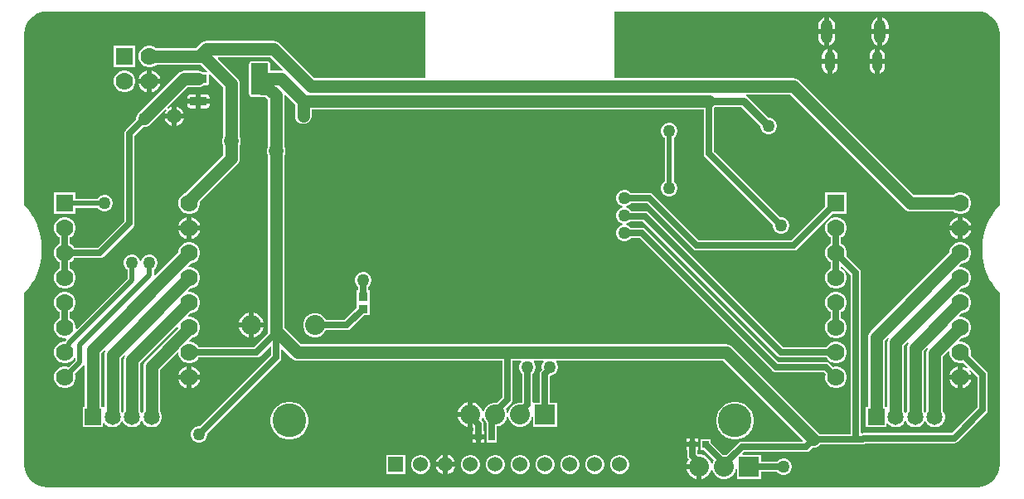
<source format=gbl>
G04*
G04 #@! TF.GenerationSoftware,Altium Limited,Altium Designer,22.0.2 (36)*
G04*
G04 Layer_Physical_Order=2*
G04 Layer_Color=16711680*
%FSLAX25Y25*%
%MOIN*%
G70*
G04*
G04 #@! TF.SameCoordinates,A5FD766F-ED0D-4258-BB47-254A20FAC7F6*
G04*
G04*
G04 #@! TF.FilePolarity,Positive*
G04*
G01*
G75*
%ADD18C,0.05906*%
%ADD34R,0.02559X0.02756*%
%ADD66O,0.04000X0.05748*%
%ADD69C,0.02500*%
%ADD71C,0.02000*%
%ADD72C,0.05000*%
%ADD73C,0.03000*%
%ADD74R,0.07000X0.07000*%
%ADD75C,0.07000*%
%ADD76C,0.08000*%
%ADD77R,0.08000X0.08000*%
%ADD78C,0.06000*%
%ADD79R,0.06000X0.06000*%
%ADD80C,0.06500*%
%ADD81R,0.06500X0.06500*%
%ADD82O,0.04724X0.09449*%
%ADD83C,0.13543*%
%ADD84C,0.05000*%
G04:AMPARAMS|DCode=85|XSize=125.98mil|YSize=68.9mil|CornerRadius=2.07mil|HoleSize=0mil|Usage=FLASHONLY|Rotation=270.000|XOffset=0mil|YOffset=0mil|HoleType=Round|Shape=RoundedRectangle|*
%AMROUNDEDRECTD85*
21,1,0.12598,0.06476,0,0,270.0*
21,1,0.12185,0.06890,0,0,270.0*
1,1,0.00413,-0.03238,-0.06093*
1,1,0.00413,-0.03238,0.06093*
1,1,0.00413,0.03238,0.06093*
1,1,0.00413,0.03238,-0.06093*
%
%ADD85ROUNDEDRECTD85*%
G04:AMPARAMS|DCode=86|XSize=35.43mil|YSize=68.9mil|CornerRadius=1.95mil|HoleSize=0mil|Usage=FLASHONLY|Rotation=270.000|XOffset=0mil|YOffset=0mil|HoleType=Round|Shape=RoundedRectangle|*
%AMROUNDEDRECTD86*
21,1,0.03543,0.06500,0,0,270.0*
21,1,0.03154,0.06890,0,0,270.0*
1,1,0.00390,-0.03250,-0.01577*
1,1,0.00390,-0.03250,0.01577*
1,1,0.00390,0.03250,0.01577*
1,1,0.00390,0.03250,-0.01577*
%
%ADD86ROUNDEDRECTD86*%
%ADD87R,0.03740X0.03347*%
%ADD88O,0.04134X0.08268*%
G36*
X385804Y191925D02*
X387714Y191257D01*
X389427Y190180D01*
X390857Y188750D01*
X391934Y187037D01*
X392602Y185127D01*
X392833Y183072D01*
X392833Y114336D01*
X390948Y112090D01*
X390923Y112045D01*
X390887Y112008D01*
X389143Y109296D01*
X389124Y109248D01*
X389094Y109207D01*
X387707Y106296D01*
X387694Y106246D01*
X387669Y106201D01*
X386663Y103138D01*
X386656Y103087D01*
X386637Y103039D01*
X386026Y99873D01*
X386027Y99821D01*
X386013Y99772D01*
X385809Y96553D01*
X385816Y96503D01*
X385809Y96452D01*
X386013Y93234D01*
X386027Y93184D01*
X386026Y93132D01*
X386637Y89966D01*
X386656Y89919D01*
X386663Y89868D01*
X387669Y86804D01*
X387694Y86759D01*
X387707Y86709D01*
X389094Y83798D01*
X389124Y83757D01*
X389143Y83709D01*
X390887Y80997D01*
X390923Y80960D01*
X390948Y80915D01*
X392833Y78669D01*
X392833Y9933D01*
X392602Y7878D01*
X391934Y5968D01*
X390857Y4255D01*
X389427Y2825D01*
X387714Y1749D01*
X385804Y1080D01*
X383749Y849D01*
X9823Y848D01*
X7768Y1080D01*
X5858Y1748D01*
X4145Y2825D01*
X2715Y4255D01*
X1638Y5968D01*
X970Y7878D01*
X738Y9933D01*
X738Y78669D01*
X2624Y80914D01*
X2649Y80959D01*
X2684Y80997D01*
X4429Y83709D01*
X4447Y83757D01*
X4478Y83798D01*
X5865Y86709D01*
X5878Y86759D01*
X5903Y86804D01*
X6909Y89867D01*
X6916Y89918D01*
X6935Y89966D01*
X7546Y93132D01*
X7545Y93184D01*
X7559Y93233D01*
X7763Y96451D01*
X7756Y96502D01*
X7763Y96553D01*
X7559Y99771D01*
X7545Y99821D01*
X7546Y99873D01*
X6935Y103039D01*
X6916Y103087D01*
X6909Y103138D01*
X5903Y106201D01*
X5877Y106246D01*
X5865Y106296D01*
X4478Y109207D01*
X4447Y109248D01*
X4429Y109296D01*
X2684Y112008D01*
X2649Y112045D01*
X2624Y112090D01*
X738Y114336D01*
X738Y183071D01*
X970Y185127D01*
X1638Y187037D01*
X2714Y188750D01*
X4145Y190180D01*
X5858Y191256D01*
X7768Y191925D01*
X9823Y192156D01*
X162000Y192156D01*
Y165329D01*
X117379D01*
X103354Y179354D01*
X102664Y179883D01*
X102332Y180020D01*
X101862Y180215D01*
X101000Y180329D01*
X73858D01*
X72997Y180215D01*
X72194Y179883D01*
X71504Y179354D01*
X69507Y177356D01*
X53725D01*
X53640Y177441D01*
X52660Y178007D01*
X51566Y178300D01*
X50434D01*
X49340Y178007D01*
X48360Y177441D01*
X47559Y176640D01*
X46993Y175660D01*
X46700Y174566D01*
Y173434D01*
X46993Y172340D01*
X47559Y171360D01*
X48360Y170559D01*
X49340Y169993D01*
X50434Y169700D01*
X51566D01*
X52660Y169993D01*
X53640Y170559D01*
X53780Y170699D01*
X70669D01*
X70879Y170727D01*
X71566D01*
X74253Y168040D01*
X74006Y167579D01*
X73947Y167591D01*
X72741D01*
X72361Y167883D01*
X71558Y168215D01*
X70697Y168328D01*
X65000D01*
X64139Y168215D01*
X63336Y167883D01*
X62646Y167354D01*
X46646Y151354D01*
X46514Y151181D01*
X46359Y151026D01*
X46250Y150837D01*
X46117Y150664D01*
X46034Y150463D01*
X45925Y150274D01*
X45868Y150063D01*
X45785Y149862D01*
X45757Y149645D01*
X45700Y149434D01*
Y149216D01*
X45671Y149000D01*
X45700Y148784D01*
Y148656D01*
X41522Y144478D01*
X41069Y143800D01*
X40910Y143000D01*
X40910Y143000D01*
Y107866D01*
X30134Y97090D01*
X20758D01*
X20441Y97640D01*
X19640Y98441D01*
X19090Y98759D01*
Y101242D01*
X19640Y101559D01*
X20441Y102360D01*
X21007Y103340D01*
X21300Y104434D01*
Y105566D01*
X21007Y106660D01*
X20441Y107640D01*
X19640Y108441D01*
X18660Y109007D01*
X17566Y109300D01*
X16434D01*
X15340Y109007D01*
X14360Y108441D01*
X13559Y107640D01*
X12993Y106660D01*
X12700Y105566D01*
Y104434D01*
X12993Y103340D01*
X13559Y102360D01*
X14360Y101559D01*
X14910Y101242D01*
Y98759D01*
X14360Y98441D01*
X13559Y97640D01*
X12993Y96660D01*
X12700Y95566D01*
Y94434D01*
X12993Y93340D01*
X13559Y92360D01*
X14360Y91559D01*
X14910Y91242D01*
Y88758D01*
X14360Y88441D01*
X13559Y87640D01*
X12993Y86660D01*
X12700Y85566D01*
Y84434D01*
X12993Y83340D01*
X13559Y82360D01*
X14360Y81559D01*
X15340Y80993D01*
X16434Y80700D01*
X17566D01*
X18660Y80993D01*
X19640Y81559D01*
X20441Y82360D01*
X21007Y83340D01*
X21300Y84434D01*
Y85566D01*
X21007Y86660D01*
X20441Y87640D01*
X19640Y88441D01*
X19090Y88758D01*
Y91242D01*
X19640Y91559D01*
X20441Y92360D01*
X20758Y92910D01*
X31000D01*
X31000Y92910D01*
X31800Y93069D01*
X32478Y93522D01*
X44478Y105522D01*
X44478Y105522D01*
X44931Y106200D01*
X45090Y107000D01*
Y142134D01*
X48656Y145700D01*
X48784D01*
X49000Y145671D01*
X49216Y145700D01*
X49434D01*
X49645Y145756D01*
X49861Y145785D01*
X50063Y145868D01*
X50274Y145925D01*
X50463Y146034D01*
X50664Y146117D01*
X50837Y146250D01*
X51026Y146359D01*
X51180Y146514D01*
X51354Y146646D01*
X57480Y152773D01*
X57837Y152427D01*
X57317Y151526D01*
X57176Y151000D01*
X60000D01*
Y153824D01*
X59474Y153683D01*
X58573Y153163D01*
X58227Y153520D01*
X66379Y161671D01*
X70697D01*
X71558Y161785D01*
X72361Y162118D01*
X72741Y162409D01*
X73947D01*
X74335Y162486D01*
X74664Y162706D01*
X74884Y163035D01*
X74961Y163423D01*
Y166577D01*
X74949Y166636D01*
X75410Y166883D01*
X80672Y161621D01*
Y141740D01*
X80503Y141448D01*
X80247Y140494D01*
Y139506D01*
X80503Y138551D01*
X80672Y138260D01*
Y134379D01*
X65646Y119354D01*
X65391Y119020D01*
X65340Y119007D01*
X64360Y118441D01*
X63559Y117640D01*
X62993Y116660D01*
X62700Y115566D01*
Y114434D01*
X62993Y113340D01*
X63559Y112360D01*
X64360Y111559D01*
X65340Y110993D01*
X66434Y110700D01*
X67566D01*
X68660Y110993D01*
X69640Y111559D01*
X70441Y112360D01*
X71007Y113340D01*
X71300Y114434D01*
Y115566D01*
X71294Y115587D01*
X86354Y130646D01*
X86486Y130819D01*
X86641Y130974D01*
X86750Y131163D01*
X86883Y131336D01*
X86966Y131537D01*
X87075Y131726D01*
X87132Y131937D01*
X87215Y132139D01*
X87244Y132355D01*
X87300Y132566D01*
Y132784D01*
X87328Y133000D01*
Y138260D01*
X87497Y138551D01*
X87753Y139506D01*
Y140494D01*
X87497Y141448D01*
X87328Y141740D01*
Y163000D01*
X87215Y163862D01*
X86883Y164664D01*
X86354Y165354D01*
X78498Y173210D01*
X78689Y173671D01*
X99621D01*
X104530Y168763D01*
X104296Y168289D01*
X104000Y168328D01*
X99568D01*
Y171092D01*
X99490Y171485D01*
X99267Y171818D01*
X98934Y172041D01*
X98541Y172119D01*
X92065D01*
X91672Y172041D01*
X91339Y171818D01*
X91117Y171485D01*
X91039Y171092D01*
Y158907D01*
X91117Y158515D01*
X91339Y158182D01*
X91672Y157959D01*
X92065Y157881D01*
X96181D01*
X96248Y157872D01*
X97692D01*
X98672Y156893D01*
Y137740D01*
X98503Y137449D01*
X98247Y136494D01*
Y135506D01*
X98503Y134552D01*
X98672Y134260D01*
Y63000D01*
X98715Y62671D01*
X93134Y57090D01*
X70758D01*
X70441Y57640D01*
X69640Y58441D01*
X68660Y59007D01*
X67566Y59300D01*
X67098D01*
X66891Y59800D01*
X67873Y60782D01*
X68660Y60993D01*
X69640Y61559D01*
X70441Y62360D01*
X71007Y63340D01*
X71300Y64434D01*
Y65566D01*
X71007Y66660D01*
X70441Y67640D01*
X69640Y68441D01*
X68660Y69007D01*
X67566Y69300D01*
X66714D01*
X66507Y69800D01*
X67407Y70700D01*
X67566D01*
X68660Y70993D01*
X69640Y71559D01*
X70441Y72360D01*
X71007Y73340D01*
X71300Y74434D01*
Y75566D01*
X71007Y76660D01*
X70441Y77640D01*
X69640Y78441D01*
X68660Y79007D01*
X67566Y79300D01*
X66714D01*
X66507Y79800D01*
X67407Y80700D01*
X67566D01*
X68660Y80993D01*
X69640Y81559D01*
X70441Y82360D01*
X71007Y83340D01*
X71300Y84434D01*
Y85566D01*
X71007Y86660D01*
X70441Y87640D01*
X69640Y88441D01*
X68660Y89007D01*
X67566Y89300D01*
X66795D01*
X66588Y89800D01*
X67488Y90700D01*
X67566D01*
X68660Y90993D01*
X69640Y91559D01*
X70441Y92360D01*
X71007Y93340D01*
X71300Y94434D01*
Y95566D01*
X71007Y96660D01*
X70441Y97640D01*
X69640Y98441D01*
X68660Y99007D01*
X67566Y99300D01*
X66434D01*
X65340Y99007D01*
X64360Y98441D01*
X63559Y97640D01*
X62993Y96660D01*
X62700Y95566D01*
Y95326D01*
X53317Y85944D01*
X53280Y85948D01*
X52835Y86168D01*
Y88249D01*
X53026Y88359D01*
X53641Y88974D01*
X54075Y89726D01*
X54300Y90566D01*
Y91435D01*
X54075Y92274D01*
X53641Y93026D01*
X53026Y93641D01*
X52274Y94075D01*
X51434Y94300D01*
X50566D01*
X49726Y94075D01*
X48974Y93641D01*
X48359Y93026D01*
X47925Y92274D01*
X47759Y91654D01*
X47241D01*
X47075Y92274D01*
X46641Y93026D01*
X46026Y93641D01*
X45274Y94075D01*
X44434Y94300D01*
X43566D01*
X42726Y94075D01*
X41974Y93641D01*
X41359Y93026D01*
X40925Y92274D01*
X40700Y91435D01*
Y90566D01*
X40925Y89726D01*
X41359Y88974D01*
X41974Y88359D01*
X42165Y88249D01*
Y84760D01*
X21773Y64368D01*
X21300Y64603D01*
Y65566D01*
X21007Y66660D01*
X20441Y67640D01*
X19640Y68441D01*
X19090Y68758D01*
Y71241D01*
X19640Y71559D01*
X20441Y72360D01*
X21007Y73340D01*
X21300Y74434D01*
Y75566D01*
X21007Y76660D01*
X20441Y77640D01*
X19640Y78441D01*
X18660Y79007D01*
X17566Y79300D01*
X16434D01*
X15340Y79007D01*
X14360Y78441D01*
X13559Y77640D01*
X12993Y76660D01*
X12700Y75566D01*
Y74434D01*
X12993Y73340D01*
X13559Y72360D01*
X14360Y71559D01*
X14910Y71241D01*
Y68758D01*
X14360Y68441D01*
X13559Y67640D01*
X12993Y66660D01*
X12700Y65566D01*
Y64434D01*
X12993Y63340D01*
X13559Y62360D01*
X14360Y61559D01*
X15340Y60993D01*
X16434Y60700D01*
X17398D01*
X17632Y60227D01*
X17299Y59894D01*
X16902Y59300D01*
X16434D01*
X15340Y59007D01*
X14360Y58441D01*
X13559Y57640D01*
X12993Y56660D01*
X12700Y55566D01*
Y54434D01*
X12993Y53340D01*
X13559Y52360D01*
X14360Y51559D01*
X15340Y50993D01*
X16434Y50700D01*
X17566D01*
X18660Y50993D01*
X19640Y51559D01*
X20441Y52360D01*
X20665Y52747D01*
X21165Y52614D01*
Y51760D01*
X18464Y49059D01*
X17566Y49300D01*
X16434D01*
X15340Y49007D01*
X14360Y48441D01*
X13559Y47640D01*
X12993Y46660D01*
X12700Y45566D01*
Y44434D01*
X12993Y43340D01*
X13559Y42360D01*
X14360Y41559D01*
X15340Y40993D01*
X16434Y40700D01*
X17566D01*
X18660Y40993D01*
X19640Y41559D01*
X20441Y42360D01*
X21007Y43340D01*
X21300Y44434D01*
Y45566D01*
X21059Y46464D01*
X24298Y49702D01*
X24423Y49891D01*
X24924Y49739D01*
Y33050D01*
X24202D01*
Y24950D01*
X32302D01*
Y26523D01*
X32802Y26657D01*
X32885Y26513D01*
X33639Y25759D01*
X34563Y25226D01*
X35593Y24950D01*
X36659D01*
X37689Y25226D01*
X38613Y25759D01*
X39367Y26513D01*
X39786Y27239D01*
X40340D01*
X40759Y26513D01*
X41513Y25759D01*
X42437Y25226D01*
X43467Y24950D01*
X44533D01*
X45563Y25226D01*
X46487Y25759D01*
X47241Y26513D01*
X47660Y27239D01*
X48214D01*
X48633Y26513D01*
X49387Y25759D01*
X50311Y25226D01*
X51341Y24950D01*
X52407D01*
X53437Y25226D01*
X54361Y25759D01*
X55115Y26513D01*
X55648Y27437D01*
X55924Y28467D01*
Y29533D01*
X55648Y30563D01*
X55203Y31335D01*
Y48112D01*
X62200Y55109D01*
X62700Y54902D01*
Y54434D01*
X62993Y53340D01*
X63559Y52360D01*
X64360Y51559D01*
X65340Y50993D01*
X66434Y50700D01*
X67566D01*
X68660Y50993D01*
X69640Y51559D01*
X70441Y52360D01*
X70758Y52910D01*
X94000D01*
X94000Y52910D01*
X94800Y53069D01*
X95478Y53522D01*
X99448Y57492D01*
X99910Y57301D01*
Y53866D01*
X71344Y25300D01*
X70565D01*
X69726Y25075D01*
X68974Y24641D01*
X68359Y24026D01*
X67925Y23274D01*
X67700Y22434D01*
Y21565D01*
X67925Y20726D01*
X68359Y19974D01*
X68974Y19359D01*
X69726Y18925D01*
X70565Y18700D01*
X71434D01*
X72274Y18925D01*
X73026Y19359D01*
X73641Y19974D01*
X74075Y20726D01*
X74300Y21565D01*
Y22344D01*
X103478Y51522D01*
X103931Y52200D01*
X104090Y53000D01*
Y55991D01*
X104552Y56182D01*
X108088Y52646D01*
X108777Y52117D01*
X109580Y51785D01*
X110441Y51671D01*
X192910D01*
Y36913D01*
X190762Y34765D01*
X190632Y34800D01*
X189368D01*
X188147Y34473D01*
X187053Y33841D01*
X186159Y32947D01*
X185527Y31853D01*
X185362Y31238D01*
X184845D01*
X184659Y31930D01*
X184001Y33070D01*
X183070Y34001D01*
X181930Y34659D01*
X181000Y34908D01*
Y30000D01*
Y24835D01*
X181252Y24642D01*
Y23378D01*
X181063D01*
Y22000D01*
X183343D01*
X185622D01*
Y23378D01*
X185433D01*
Y25995D01*
X185433Y25995D01*
X185274Y26795D01*
X184821Y27473D01*
X184500Y27794D01*
X184659Y28070D01*
X184845Y28762D01*
X185362D01*
X185527Y28147D01*
X186159Y27053D01*
X186567Y26645D01*
Y21000D01*
X186578Y20947D01*
Y18822D01*
X190737D01*
Y20947D01*
X190748Y21000D01*
Y25231D01*
X191853Y25527D01*
X192947Y26159D01*
X193841Y27053D01*
X194473Y28147D01*
X194741Y29149D01*
X195259D01*
X195527Y28147D01*
X196159Y27053D01*
X197053Y26159D01*
X198147Y25527D01*
X199368Y25200D01*
X200632D01*
X201853Y25527D01*
X202947Y26159D01*
X203841Y27053D01*
X204473Y28147D01*
X204700Y28995D01*
X205200Y28929D01*
Y25200D01*
X214800D01*
Y34800D01*
X212090D01*
Y45458D01*
X212332Y45700D01*
X212435D01*
X213274Y45925D01*
X214026Y46359D01*
X214641Y46974D01*
X215075Y47726D01*
X215300Y48566D01*
Y49434D01*
X215075Y50274D01*
X214641Y51026D01*
X214495Y51171D01*
X214703Y51671D01*
X281621D01*
X313703Y19590D01*
X313496Y19090D01*
X289101D01*
X289101Y19090D01*
X288301Y18931D01*
X287623Y18478D01*
X287623Y18478D01*
X282879Y13734D01*
X282632Y13800D01*
X281715D01*
X276737Y18778D01*
Y20178D01*
X272578D01*
Y18053D01*
X272567Y18000D01*
Y17902D01*
X272567Y17902D01*
X272578Y17848D01*
Y15822D01*
X273781D01*
X277975Y11628D01*
X277527Y10853D01*
X277362Y10238D01*
X276845D01*
X276659Y10930D01*
X276001Y12070D01*
X275070Y13001D01*
X273930Y13659D01*
X272658Y14000D01*
X271715D01*
X271433Y14282D01*
Y15622D01*
X271622D01*
Y17000D01*
X269343D01*
X267063D01*
Y15622D01*
X267252D01*
Y13416D01*
X267252Y13416D01*
X267411Y12616D01*
X267865Y11938D01*
X267902Y11901D01*
X267341Y10930D01*
X267092Y10000D01*
X272000D01*
Y9000D01*
X273000D01*
Y4092D01*
X273930Y4341D01*
X275070Y4999D01*
X276001Y5930D01*
X276659Y7070D01*
X276845Y7762D01*
X277362D01*
X277527Y7147D01*
X278159Y6053D01*
X279053Y5159D01*
X280147Y4527D01*
X281368Y4200D01*
X282632D01*
X283853Y4527D01*
X284947Y5159D01*
X285841Y6053D01*
X286473Y7147D01*
X286700Y7995D01*
X287200Y7929D01*
Y4200D01*
X296800D01*
Y6910D01*
X303423D01*
X303974Y6359D01*
X304726Y5925D01*
X305566Y5700D01*
X306434D01*
X307274Y5925D01*
X308026Y6359D01*
X308641Y6974D01*
X309075Y7726D01*
X309300Y8566D01*
Y9434D01*
X309075Y10274D01*
X308641Y11026D01*
X308026Y11641D01*
X307274Y12075D01*
X306434Y12300D01*
X305566D01*
X304726Y12075D01*
X303974Y11641D01*
X303423Y11090D01*
X296800D01*
Y13800D01*
X289510D01*
X289319Y14262D01*
X289967Y14910D01*
X315000D01*
X315000Y14910D01*
X315800Y15069D01*
X316478Y15522D01*
X317656Y16700D01*
X317784D01*
X318000Y16671D01*
X318216Y16700D01*
X318435D01*
X318645Y16757D01*
X318862Y16785D01*
X319063Y16868D01*
X319274Y16925D01*
X319463Y17034D01*
X319664Y17118D01*
X319837Y17250D01*
X320026Y17359D01*
X320181Y17514D01*
X320354Y17646D01*
X320486Y17819D01*
X320577Y17910D01*
X337565D01*
X337565Y17910D01*
X338365Y18069D01*
X338950Y18460D01*
X374550D01*
X374550Y18460D01*
X375350Y18619D01*
X376028Y19072D01*
X387478Y30522D01*
X387478Y30522D01*
X387931Y31200D01*
X388090Y32000D01*
X388090Y32000D01*
Y46000D01*
X387931Y46800D01*
X387478Y47478D01*
X387478Y47478D01*
X381136Y53820D01*
X381300Y54434D01*
Y55566D01*
X381007Y56660D01*
X380441Y57640D01*
X379640Y58441D01*
X378660Y59007D01*
X377566Y59300D01*
X376714D01*
X376507Y59800D01*
X377407Y60700D01*
X377566D01*
X378660Y60993D01*
X379640Y61559D01*
X380441Y62360D01*
X381007Y63340D01*
X381300Y64434D01*
Y65566D01*
X381007Y66660D01*
X380441Y67640D01*
X379640Y68441D01*
X378660Y69007D01*
X377566Y69300D01*
X376714D01*
X376507Y69800D01*
X377407Y70700D01*
X377566D01*
X378660Y70993D01*
X379640Y71559D01*
X380441Y72360D01*
X381007Y73340D01*
X381300Y74434D01*
Y75566D01*
X381007Y76660D01*
X380441Y77640D01*
X379640Y78441D01*
X378660Y79007D01*
X377566Y79300D01*
X376714D01*
X376507Y79800D01*
X377407Y80700D01*
X377566D01*
X378660Y80993D01*
X379640Y81559D01*
X380441Y82360D01*
X381007Y83340D01*
X381300Y84434D01*
Y85566D01*
X381007Y86660D01*
X380441Y87640D01*
X379640Y88441D01*
X378660Y89007D01*
X377566Y89300D01*
X376714D01*
X376507Y89800D01*
X377407Y90700D01*
X377566D01*
X378660Y90993D01*
X379640Y91559D01*
X380441Y92360D01*
X381007Y93340D01*
X381300Y94434D01*
Y95566D01*
X381007Y96660D01*
X380441Y97640D01*
X379640Y98441D01*
X378660Y99007D01*
X377566Y99300D01*
X376434D01*
X375340Y99007D01*
X374360Y98441D01*
X373559Y97640D01*
X372993Y96660D01*
X372700Y95566D01*
Y95407D01*
X340772Y63480D01*
X340243Y62790D01*
X340106Y62458D01*
X339911Y61988D01*
X339797Y61126D01*
Y33050D01*
X339076D01*
Y24950D01*
X347176D01*
Y26523D01*
X347676Y26657D01*
X347759Y26513D01*
X348513Y25759D01*
X349437Y25226D01*
X350467Y24950D01*
X351533D01*
X352563Y25226D01*
X353487Y25759D01*
X354241Y26513D01*
X354660Y27239D01*
X355214D01*
X355633Y26513D01*
X356387Y25759D01*
X357311Y25226D01*
X358341Y24950D01*
X359407D01*
X360437Y25226D01*
X361361Y25759D01*
X362115Y26513D01*
X362534Y27239D01*
X363088D01*
X363507Y26513D01*
X364261Y25759D01*
X365185Y25226D01*
X366215Y24950D01*
X367281D01*
X368311Y25226D01*
X369235Y25759D01*
X369989Y26513D01*
X370522Y27437D01*
X370798Y28467D01*
Y29533D01*
X370522Y30563D01*
X370076Y31335D01*
Y53369D01*
X372200Y55493D01*
X372700Y55286D01*
Y54434D01*
X372993Y53340D01*
X373559Y52360D01*
X374360Y51559D01*
X375340Y50993D01*
X376434Y50700D01*
X377566D01*
X378180Y50864D01*
X380006Y49038D01*
X379699Y48638D01*
X378737Y49193D01*
X378000Y49391D01*
Y46000D01*
X381391D01*
X381193Y46737D01*
X380638Y47699D01*
X381038Y48006D01*
X383910Y45134D01*
Y32866D01*
X373684Y22640D01*
X338115D01*
X338115Y22640D01*
X337590Y22536D01*
X337090Y22886D01*
Y87000D01*
X337090Y87000D01*
X336931Y87800D01*
X336478Y88478D01*
X331136Y93820D01*
X331300Y94434D01*
Y95566D01*
X331007Y96660D01*
X330441Y97640D01*
X329640Y98441D01*
X329090Y98759D01*
Y101242D01*
X329640Y101559D01*
X330441Y102360D01*
X331007Y103340D01*
X331300Y104434D01*
Y105566D01*
X331007Y106660D01*
X330441Y107640D01*
X329640Y108441D01*
X328660Y109007D01*
X327566Y109300D01*
X326434D01*
X325340Y109007D01*
X324360Y108441D01*
X323559Y107640D01*
X322993Y106660D01*
X322700Y105566D01*
Y104434D01*
X322993Y103340D01*
X323559Y102360D01*
X324360Y101559D01*
X324910Y101242D01*
Y98759D01*
X324360Y98441D01*
X323559Y97640D01*
X322993Y96660D01*
X322700Y95566D01*
Y94434D01*
X322993Y93340D01*
X323559Y92360D01*
X324360Y91559D01*
X324910Y91242D01*
Y88758D01*
X324360Y88441D01*
X323559Y87640D01*
X322993Y86660D01*
X322700Y85566D01*
Y84434D01*
X322993Y83340D01*
X323559Y82360D01*
X324360Y81559D01*
X325340Y80993D01*
X326434Y80700D01*
X327566D01*
X328660Y80993D01*
X329640Y81559D01*
X330441Y82360D01*
X331007Y83340D01*
X331300Y84434D01*
Y85566D01*
X331007Y86660D01*
X330441Y87640D01*
X329640Y88441D01*
X329090Y88758D01*
Y89301D01*
X329552Y89492D01*
X332910Y86134D01*
Y22090D01*
X320577D01*
X320486Y22181D01*
X320354Y22354D01*
X285354Y57354D01*
X284664Y57883D01*
X284332Y58020D01*
X283861Y58215D01*
X283000Y58328D01*
X111820D01*
X105329Y64820D01*
Y134260D01*
X105497Y134552D01*
X105753Y135506D01*
Y136494D01*
X105497Y137449D01*
X105329Y137740D01*
Y158257D01*
X105423Y158347D01*
X105773Y158519D01*
X109471Y154821D01*
Y150200D01*
X109500Y149984D01*
Y149766D01*
X109556Y149555D01*
X109585Y149338D01*
X109668Y149137D01*
X109725Y148926D01*
X109834Y148737D01*
X109917Y148536D01*
X110050Y148363D01*
X110159Y148174D01*
X110314Y148020D01*
X110446Y147846D01*
X110619Y147714D01*
X110774Y147559D01*
X110963Y147450D01*
X111136Y147317D01*
X111337Y147234D01*
X111526Y147125D01*
X111737Y147068D01*
X111939Y146985D01*
X112155Y146956D01*
X112366Y146900D01*
X112584D01*
X112800Y146871D01*
X113016Y146900D01*
X113234D01*
X113445Y146956D01*
X113662Y146985D01*
X113863Y147068D01*
X114074Y147125D01*
X114263Y147234D01*
X114464Y147317D01*
X114637Y147450D01*
X114826Y147559D01*
X114980Y147714D01*
X115154Y147846D01*
X115286Y148020D01*
X115441Y148174D01*
X115550Y148363D01*
X115683Y148536D01*
X115766Y148737D01*
X115875Y148926D01*
X115932Y149137D01*
X116015Y149338D01*
X116044Y149555D01*
X116100Y149766D01*
Y149984D01*
X116129Y150200D01*
Y152872D01*
X273910D01*
Y135000D01*
X273910Y135000D01*
X274069Y134200D01*
X274522Y133522D01*
X301700Y106344D01*
Y105566D01*
X301925Y104726D01*
X302359Y103974D01*
X302974Y103359D01*
X303726Y102925D01*
X304566Y102700D01*
X305434D01*
X306274Y102925D01*
X307026Y103359D01*
X307641Y103974D01*
X308075Y104726D01*
X308300Y105566D01*
Y106434D01*
X308075Y107274D01*
X307641Y108026D01*
X307026Y108641D01*
X306274Y109075D01*
X305434Y109300D01*
X304656D01*
X278090Y135866D01*
Y153423D01*
X278181Y153514D01*
X278354Y153646D01*
X278360Y153655D01*
X289029D01*
X296700Y145984D01*
Y145566D01*
X296925Y144726D01*
X297359Y143974D01*
X297974Y143359D01*
X298726Y142925D01*
X299566Y142700D01*
X300434D01*
X301274Y142925D01*
X302026Y143359D01*
X302641Y143974D01*
X303075Y144726D01*
X303300Y145566D01*
Y146434D01*
X303075Y147274D01*
X302641Y148026D01*
X302026Y148641D01*
X301274Y149075D01*
X300434Y149300D01*
X300016D01*
X291658Y157658D01*
X290897Y158167D01*
X290872Y158171D01*
X290922Y158671D01*
X308621D01*
X345646Y121646D01*
X354646Y112646D01*
X355336Y112118D01*
X356138Y111785D01*
X357000Y111671D01*
X374247D01*
X374360Y111559D01*
X375340Y110993D01*
X376434Y110700D01*
X377566D01*
X378660Y110993D01*
X379640Y111559D01*
X380441Y112360D01*
X381007Y113340D01*
X381300Y114434D01*
Y115566D01*
X381007Y116660D01*
X380441Y117640D01*
X379640Y118441D01*
X378660Y119007D01*
X377566Y119300D01*
X376434D01*
X375340Y119007D01*
X374360Y118441D01*
X374247Y118328D01*
X358379D01*
X350354Y126354D01*
X312354Y164354D01*
X311664Y164883D01*
X311332Y165020D01*
X310861Y165215D01*
X310000Y165329D01*
X238000D01*
Y192156D01*
X383749Y192157D01*
X385804Y191925D01*
D02*
G37*
G36*
X209505Y51171D02*
X209359Y51026D01*
X208925Y50274D01*
X208700Y49434D01*
Y48566D01*
X208824Y48103D01*
X208522Y47802D01*
X208069Y47123D01*
X207910Y46323D01*
X207910Y46323D01*
Y34800D01*
X205200D01*
X205090Y35254D01*
Y46423D01*
X205641Y46974D01*
X206075Y47726D01*
X206300Y48566D01*
Y49434D01*
X206075Y50274D01*
X205641Y51026D01*
X205495Y51171D01*
X205702Y51671D01*
X209297D01*
X209505Y51171D01*
D02*
G37*
G36*
X348246Y60831D02*
X348117Y60664D01*
X347980Y60332D01*
X347785Y59861D01*
X347672Y59000D01*
Y33061D01*
X347176Y33050D01*
Y33050D01*
X346455D01*
Y59747D01*
X347869Y61162D01*
X348246Y60831D01*
D02*
G37*
G36*
X33244Y55790D02*
X33106Y55458D01*
X32911Y54988D01*
X32798Y54126D01*
Y33061D01*
X32302Y33050D01*
Y33050D01*
X31580D01*
Y54792D01*
X32833Y56045D01*
X33244Y55790D01*
D02*
G37*
G36*
X200505Y51171D02*
X200359Y51026D01*
X199925Y50274D01*
X199700Y49434D01*
Y48566D01*
X199925Y47726D01*
X200359Y46974D01*
X200910Y46423D01*
Y35185D01*
X200632Y34800D01*
X199368D01*
X198147Y34473D01*
X197053Y33841D01*
X196159Y32947D01*
X195527Y31853D01*
X195259Y30851D01*
X194741D01*
X194473Y31853D01*
X194212Y32304D01*
X196478Y34569D01*
X196478Y34569D01*
X196931Y35248D01*
X197090Y36048D01*
X197090Y36048D01*
Y51671D01*
X200297D01*
X200505Y51171D01*
D02*
G37*
G36*
X62467Y65053D02*
X62502Y64826D01*
X49520Y51844D01*
X48991Y51155D01*
X48854Y50822D01*
X48659Y50352D01*
X48546Y49491D01*
Y31335D01*
X48214Y30761D01*
X47660D01*
X47328Y31335D01*
Y50621D01*
X61934Y65227D01*
X62467Y65053D01*
D02*
G37*
G36*
X41246Y53831D02*
X41118Y53664D01*
X40980Y53332D01*
X40785Y52861D01*
X40672Y52000D01*
Y31335D01*
X40340Y30761D01*
X39786D01*
X39454Y31335D01*
Y52747D01*
X40869Y54162D01*
X41246Y53831D01*
D02*
G37*
G36*
X363994Y56580D02*
X363865Y56412D01*
X363728Y56080D01*
X363533Y55610D01*
X363420Y54748D01*
Y31335D01*
X363088Y30761D01*
X362534D01*
X362203Y31335D01*
Y55495D01*
X363617Y56910D01*
X363994Y56580D01*
D02*
G37*
G36*
X356120Y58706D02*
X355991Y58538D01*
X355854Y58206D01*
X355659Y57736D01*
X355545Y56874D01*
Y31335D01*
X355214Y30761D01*
X354660D01*
X354328Y31335D01*
Y57621D01*
X355743Y59036D01*
X356120Y58706D01*
D02*
G37*
%LPC*%
G36*
X345728Y189587D02*
Y185000D01*
X348120D01*
Y186362D01*
X348004Y187240D01*
X347665Y188058D01*
X347126Y188760D01*
X346424Y189299D01*
X345728Y189587D01*
D02*
G37*
G36*
X324272D02*
Y185000D01*
X326663D01*
Y186362D01*
X326547Y187240D01*
X326208Y188058D01*
X325670Y188760D01*
X324967Y189299D01*
X324272Y189587D01*
D02*
G37*
G36*
X343728D02*
X343033Y189299D01*
X342331Y188760D01*
X341792Y188058D01*
X341453Y187240D01*
X341337Y186362D01*
Y185000D01*
X343728D01*
Y189587D01*
D02*
G37*
G36*
X322272D02*
X321576Y189299D01*
X320874Y188760D01*
X320335Y188058D01*
X319996Y187240D01*
X319880Y186362D01*
Y185000D01*
X322272D01*
Y189587D01*
D02*
G37*
G36*
X348120Y183000D02*
X345728D01*
Y178413D01*
X346424Y178701D01*
X347126Y179240D01*
X347665Y179942D01*
X348004Y180760D01*
X348120Y181638D01*
Y183000D01*
D02*
G37*
G36*
X326663D02*
X324272D01*
Y178413D01*
X324967Y178701D01*
X325670Y179240D01*
X326208Y179942D01*
X326547Y180760D01*
X326663Y181638D01*
Y183000D01*
D02*
G37*
G36*
X343728D02*
X341337D01*
Y181638D01*
X341453Y180760D01*
X341792Y179942D01*
X342331Y179240D01*
X343033Y178701D01*
X343728Y178413D01*
Y183000D01*
D02*
G37*
G36*
X322272D02*
X319880D01*
Y181638D01*
X319996Y180760D01*
X320335Y179942D01*
X320874Y179240D01*
X321576Y178701D01*
X322272Y178413D01*
Y183000D01*
D02*
G37*
G36*
X344547Y177043D02*
Y173071D01*
X346641D01*
Y174138D01*
X346535Y174938D01*
X346226Y175684D01*
X345735Y176325D01*
X345094Y176817D01*
X344547Y177043D01*
D02*
G37*
G36*
X325453D02*
Y173071D01*
X327546D01*
Y174138D01*
X327441Y174938D01*
X327132Y175684D01*
X326640Y176325D01*
X325999Y176817D01*
X325453Y177043D01*
D02*
G37*
G36*
X342547D02*
X342001Y176817D01*
X341360Y176325D01*
X340868Y175684D01*
X340559Y174938D01*
X340454Y174138D01*
Y173071D01*
X342547D01*
Y177043D01*
D02*
G37*
G36*
X323453D02*
X322906Y176817D01*
X322265Y176325D01*
X321774Y175684D01*
X321465Y174938D01*
X321359Y174138D01*
Y173071D01*
X323453D01*
Y177043D01*
D02*
G37*
G36*
X45300Y178300D02*
X36700D01*
Y169700D01*
X45300D01*
Y178300D01*
D02*
G37*
G36*
X346641Y171071D02*
X344547D01*
Y167098D01*
X345094Y167325D01*
X345735Y167816D01*
X346226Y168457D01*
X346535Y169203D01*
X346641Y170004D01*
Y171071D01*
D02*
G37*
G36*
X327546D02*
X325453D01*
Y167098D01*
X325999Y167325D01*
X326640Y167816D01*
X327132Y168457D01*
X327441Y169203D01*
X327546Y170004D01*
Y171071D01*
D02*
G37*
G36*
X342547D02*
X340454D01*
Y170004D01*
X340559Y169203D01*
X340868Y168457D01*
X341360Y167816D01*
X342001Y167325D01*
X342547Y167098D01*
Y171071D01*
D02*
G37*
G36*
X323453D02*
X321359D01*
Y170004D01*
X321465Y169203D01*
X321774Y168457D01*
X322265Y167816D01*
X322906Y167325D01*
X323453Y167098D01*
Y171071D01*
D02*
G37*
G36*
X52000Y168391D02*
Y165000D01*
X55391D01*
X55193Y165737D01*
X54601Y166763D01*
X53763Y167601D01*
X52737Y168193D01*
X52000Y168391D01*
D02*
G37*
G36*
X50000D02*
X49263Y168193D01*
X48237Y167601D01*
X47399Y166763D01*
X46807Y165737D01*
X46609Y165000D01*
X50000D01*
Y168391D01*
D02*
G37*
G36*
X41566Y168300D02*
X40434D01*
X39340Y168007D01*
X38360Y167441D01*
X37559Y166640D01*
X36993Y165660D01*
X36700Y164566D01*
Y163434D01*
X36993Y162340D01*
X37559Y161360D01*
X38360Y160559D01*
X39340Y159993D01*
X40434Y159700D01*
X41566D01*
X42660Y159993D01*
X43640Y160559D01*
X44441Y161360D01*
X45007Y162340D01*
X45300Y163434D01*
Y164566D01*
X45007Y165660D01*
X44441Y166640D01*
X43640Y167441D01*
X42660Y168007D01*
X41566Y168300D01*
D02*
G37*
G36*
X55391Y163000D02*
X52000D01*
Y159609D01*
X52737Y159807D01*
X53763Y160399D01*
X54601Y161237D01*
X55193Y162263D01*
X55391Y163000D01*
D02*
G37*
G36*
X50000D02*
X46609D01*
X46807Y162263D01*
X47399Y161237D01*
X48237Y160399D01*
X49263Y159807D01*
X50000Y159609D01*
Y163000D01*
D02*
G37*
G36*
X73947Y158740D02*
X71697D01*
Y156945D01*
X75165D01*
Y157522D01*
X75072Y157988D01*
X74808Y158383D01*
X74413Y158647D01*
X73947Y158740D01*
D02*
G37*
G36*
X69697D02*
X67447D01*
X66981Y158647D01*
X66585Y158383D01*
X66321Y157988D01*
X66228Y157522D01*
Y156945D01*
X69697D01*
Y158740D01*
D02*
G37*
G36*
X75165Y154945D02*
X71697D01*
Y153150D01*
X73947D01*
X74413Y153243D01*
X74808Y153507D01*
X75072Y153902D01*
X75165Y154368D01*
Y154945D01*
D02*
G37*
G36*
X69697D02*
X66228D01*
Y154368D01*
X66321Y153902D01*
X66585Y153507D01*
X66981Y153243D01*
X67447Y153150D01*
X69697D01*
Y154945D01*
D02*
G37*
G36*
X62000Y153824D02*
Y151000D01*
X64824D01*
X64683Y151526D01*
X64163Y152427D01*
X63427Y153163D01*
X62526Y153683D01*
X62000Y153824D01*
D02*
G37*
G36*
X64824Y149000D02*
X62000D01*
Y146176D01*
X62526Y146317D01*
X63427Y146837D01*
X64163Y147573D01*
X64683Y148474D01*
X64824Y149000D01*
D02*
G37*
G36*
X60000D02*
X57176D01*
X57317Y148474D01*
X57837Y147573D01*
X58573Y146837D01*
X59474Y146317D01*
X60000Y146176D01*
Y149000D01*
D02*
G37*
G36*
X260435Y147300D02*
X259565D01*
X258726Y147075D01*
X257974Y146641D01*
X257359Y146026D01*
X256925Y145274D01*
X256700Y144434D01*
Y143566D01*
X256925Y142726D01*
X257359Y141974D01*
X257974Y141359D01*
X258165Y141249D01*
Y123751D01*
X257974Y123641D01*
X257359Y123026D01*
X256925Y122274D01*
X256700Y121434D01*
Y120566D01*
X256925Y119726D01*
X257359Y118974D01*
X257974Y118359D01*
X258726Y117925D01*
X259565Y117700D01*
X260435D01*
X261274Y117925D01*
X262026Y118359D01*
X262641Y118974D01*
X263075Y119726D01*
X263300Y120566D01*
Y121434D01*
X263075Y122274D01*
X262641Y123026D01*
X262026Y123641D01*
X261835Y123751D01*
Y141249D01*
X262026Y141359D01*
X262641Y141974D01*
X263075Y142726D01*
X263300Y143566D01*
Y144434D01*
X263075Y145274D01*
X262641Y146026D01*
X262026Y146641D01*
X261274Y147075D01*
X260435Y147300D01*
D02*
G37*
G36*
X21300Y119300D02*
X12700D01*
Y110700D01*
X21300D01*
Y113165D01*
X30249D01*
X30359Y112974D01*
X30974Y112359D01*
X31726Y111925D01*
X32566Y111700D01*
X33434D01*
X34274Y111925D01*
X35026Y112359D01*
X35641Y112974D01*
X36075Y113726D01*
X36300Y114566D01*
Y115434D01*
X36075Y116274D01*
X35641Y117026D01*
X35026Y117641D01*
X34274Y118075D01*
X33434Y118300D01*
X32566D01*
X31726Y118075D01*
X30974Y117641D01*
X30359Y117026D01*
X30249Y116835D01*
X21300D01*
Y119300D01*
D02*
G37*
G36*
X378000Y109391D02*
Y106000D01*
X381391D01*
X381193Y106737D01*
X380601Y107763D01*
X379763Y108601D01*
X378737Y109193D01*
X378000Y109391D01*
D02*
G37*
G36*
X376000D02*
X375263Y109193D01*
X374237Y108601D01*
X373399Y107763D01*
X372807Y106737D01*
X372609Y106000D01*
X376000D01*
Y109391D01*
D02*
G37*
G36*
X68000D02*
Y106000D01*
X71391D01*
X71193Y106737D01*
X70601Y107763D01*
X69763Y108601D01*
X68737Y109193D01*
X68000Y109391D01*
D02*
G37*
G36*
X66000D02*
X65263Y109193D01*
X64237Y108601D01*
X63399Y107763D01*
X62807Y106737D01*
X62609Y106000D01*
X66000D01*
Y109391D01*
D02*
G37*
G36*
X381391Y104000D02*
X378000D01*
Y100609D01*
X378737Y100807D01*
X379763Y101399D01*
X380601Y102237D01*
X381193Y103263D01*
X381391Y104000D01*
D02*
G37*
G36*
X376000D02*
X372609D01*
X372807Y103263D01*
X373399Y102237D01*
X374237Y101399D01*
X375263Y100807D01*
X376000Y100609D01*
Y104000D01*
D02*
G37*
G36*
X71391D02*
X68000D01*
Y100609D01*
X68737Y100807D01*
X69763Y101399D01*
X70601Y102237D01*
X71193Y103263D01*
X71391Y104000D01*
D02*
G37*
G36*
X66000D02*
X62609D01*
X62807Y103263D01*
X63399Y102237D01*
X64237Y101399D01*
X65263Y100807D01*
X66000Y100609D01*
Y104000D01*
D02*
G37*
G36*
X242435Y120300D02*
X241565D01*
X240726Y120075D01*
X239974Y119641D01*
X239359Y119026D01*
X238925Y118274D01*
X238700Y117434D01*
Y116566D01*
X238925Y115726D01*
X239359Y114974D01*
X239974Y114359D01*
X240726Y113925D01*
X241346Y113759D01*
Y113241D01*
X240726Y113075D01*
X239974Y112641D01*
X239359Y112026D01*
X238925Y111274D01*
X238700Y110434D01*
Y109566D01*
X238925Y108726D01*
X239359Y107974D01*
X239974Y107359D01*
X240726Y106925D01*
X241346Y106759D01*
Y106241D01*
X240726Y106075D01*
X239974Y105641D01*
X239359Y105026D01*
X238925Y104274D01*
X238700Y103434D01*
Y102566D01*
X238925Y101726D01*
X239359Y100974D01*
X239974Y100359D01*
X240726Y99925D01*
X241565Y99700D01*
X242435D01*
X243274Y99925D01*
X244026Y100359D01*
X244577Y100910D01*
X248134D01*
X301522Y47522D01*
X301522Y47522D01*
X302200Y47069D01*
X303000Y46910D01*
X322134D01*
X322864Y46180D01*
X322700Y45566D01*
Y44434D01*
X322993Y43340D01*
X323559Y42360D01*
X324360Y41559D01*
X325340Y40993D01*
X326434Y40700D01*
X327566D01*
X328660Y40993D01*
X329640Y41559D01*
X330441Y42360D01*
X331007Y43340D01*
X331300Y44434D01*
Y45566D01*
X331007Y46660D01*
X330441Y47640D01*
X329640Y48441D01*
X328660Y49007D01*
X327566Y49300D01*
X326434D01*
X325820Y49136D01*
X324478Y50478D01*
X323800Y50931D01*
X323000Y51090D01*
X323000Y51090D01*
X303866D01*
X250478Y104478D01*
X249800Y104931D01*
X249000Y105090D01*
X249000Y105090D01*
X244577D01*
X244026Y105641D01*
X243274Y106075D01*
X242654Y106241D01*
Y106759D01*
X243274Y106925D01*
X244026Y107359D01*
X244348Y107682D01*
X249363D01*
X303522Y53522D01*
X304200Y53069D01*
X305000Y52910D01*
X305000Y52910D01*
X323242D01*
X323559Y52360D01*
X324360Y51559D01*
X325340Y50993D01*
X326434Y50700D01*
X327566D01*
X328660Y50993D01*
X329640Y51559D01*
X330441Y52360D01*
X331007Y53340D01*
X331300Y54434D01*
Y55566D01*
X331007Y56660D01*
X330441Y57640D01*
X329640Y58441D01*
X328660Y59007D01*
X327566Y59300D01*
X326434D01*
X325340Y59007D01*
X324360Y58441D01*
X323559Y57640D01*
X323242Y57090D01*
X305866D01*
X251706Y111250D01*
X251028Y111703D01*
X250228Y111862D01*
X250228Y111862D01*
X244736D01*
X244641Y112026D01*
X244026Y112641D01*
X243274Y113075D01*
X242654Y113241D01*
Y113759D01*
X243274Y113925D01*
X244026Y114359D01*
X244577Y114910D01*
X251134D01*
X269522Y96522D01*
X269522Y96522D01*
X270200Y96069D01*
X271000Y95910D01*
X271000Y95910D01*
X310000D01*
X310000Y95910D01*
X310800Y96069D01*
X311478Y96522D01*
X325656Y110700D01*
X331300D01*
Y119300D01*
X322700D01*
Y113656D01*
X309134Y100090D01*
X271866D01*
X253478Y118478D01*
X252800Y118931D01*
X252000Y119090D01*
X252000Y119090D01*
X244577D01*
X244026Y119641D01*
X243274Y120075D01*
X242435Y120300D01*
D02*
G37*
G36*
X137434Y87300D02*
X136566D01*
X135726Y87075D01*
X134974Y86641D01*
X134359Y86026D01*
X133925Y85274D01*
X133700Y84434D01*
Y83565D01*
X133925Y82726D01*
X134359Y81974D01*
X134910Y81423D01*
Y80032D01*
X134330D01*
Y75414D01*
X134330Y75086D01*
X134330Y74586D01*
Y72924D01*
X129496Y68090D01*
X121926D01*
X121432Y68947D01*
X120538Y69841D01*
X119443Y70473D01*
X118222Y70800D01*
X116959D01*
X115738Y70473D01*
X114643Y69841D01*
X113750Y68947D01*
X113118Y67853D01*
X112791Y66632D01*
Y65368D01*
X113118Y64147D01*
X113750Y63053D01*
X114643Y62159D01*
X115738Y61527D01*
X116959Y61200D01*
X118222D01*
X119443Y61527D01*
X120538Y62159D01*
X121432Y63053D01*
X121926Y63910D01*
X130362D01*
X130362Y63910D01*
X131162Y64069D01*
X131840Y64522D01*
X137286Y69968D01*
X139670D01*
Y74586D01*
X139670Y74914D01*
X139670Y75414D01*
Y80032D01*
X139090D01*
Y81423D01*
X139641Y81974D01*
X140075Y82726D01*
X140300Y83565D01*
Y84434D01*
X140075Y85274D01*
X139641Y86026D01*
X139026Y86641D01*
X138274Y87075D01*
X137434Y87300D01*
D02*
G37*
G36*
X93000Y70908D02*
Y67000D01*
X96908D01*
X96659Y67930D01*
X96001Y69070D01*
X95070Y70001D01*
X93930Y70659D01*
X93000Y70908D01*
D02*
G37*
G36*
X91000D02*
X90070Y70659D01*
X88930Y70001D01*
X87999Y69070D01*
X87341Y67930D01*
X87092Y67000D01*
X91000D01*
Y70908D01*
D02*
G37*
G36*
X96908Y65000D02*
X93000D01*
Y61092D01*
X93930Y61341D01*
X95070Y61999D01*
X96001Y62930D01*
X96659Y64070D01*
X96908Y65000D01*
D02*
G37*
G36*
X91000D02*
X87092D01*
X87341Y64070D01*
X87999Y62930D01*
X88930Y61999D01*
X90070Y61341D01*
X91000Y61092D01*
Y65000D01*
D02*
G37*
G36*
X327566Y79300D02*
X326434D01*
X325340Y79007D01*
X324360Y78441D01*
X323559Y77640D01*
X322993Y76660D01*
X322700Y75566D01*
Y74434D01*
X322993Y73340D01*
X323559Y72360D01*
X324360Y71559D01*
X324910Y71241D01*
Y68758D01*
X324360Y68441D01*
X323559Y67640D01*
X322993Y66660D01*
X322700Y65566D01*
Y64434D01*
X322993Y63340D01*
X323559Y62360D01*
X324360Y61559D01*
X325340Y60993D01*
X326434Y60700D01*
X327566D01*
X328660Y60993D01*
X329640Y61559D01*
X330441Y62360D01*
X331007Y63340D01*
X331300Y64434D01*
Y65566D01*
X331007Y66660D01*
X330441Y67640D01*
X329640Y68441D01*
X329090Y68758D01*
Y71241D01*
X329640Y71559D01*
X330441Y72360D01*
X331007Y73340D01*
X331300Y74434D01*
Y75566D01*
X331007Y76660D01*
X330441Y77640D01*
X329640Y78441D01*
X328660Y79007D01*
X327566Y79300D01*
D02*
G37*
G36*
X376000Y49391D02*
X375263Y49193D01*
X374237Y48601D01*
X373399Y47763D01*
X372807Y46737D01*
X372609Y46000D01*
X376000D01*
Y49391D01*
D02*
G37*
G36*
X68000D02*
Y46000D01*
X71391D01*
X71193Y46737D01*
X70601Y47763D01*
X69763Y48601D01*
X68737Y49193D01*
X68000Y49391D01*
D02*
G37*
G36*
X66000D02*
X65263Y49193D01*
X64237Y48601D01*
X63399Y47763D01*
X62807Y46737D01*
X62609Y46000D01*
X66000D01*
Y49391D01*
D02*
G37*
G36*
X381391Y44000D02*
X378000D01*
Y40609D01*
X378737Y40807D01*
X379763Y41399D01*
X380601Y42237D01*
X381193Y43263D01*
X381391Y44000D01*
D02*
G37*
G36*
X376000D02*
X372609D01*
X372807Y43263D01*
X373399Y42237D01*
X374237Y41399D01*
X375263Y40807D01*
X376000Y40609D01*
Y44000D01*
D02*
G37*
G36*
X71391D02*
X68000D01*
Y40609D01*
X68737Y40807D01*
X69763Y41399D01*
X70601Y42237D01*
X71193Y43263D01*
X71391Y44000D01*
D02*
G37*
G36*
X66000D02*
X62609D01*
X62807Y43263D01*
X63399Y42237D01*
X64237Y41399D01*
X65263Y40807D01*
X66000Y40609D01*
Y44000D01*
D02*
G37*
G36*
X179000Y34908D02*
X178070Y34659D01*
X176930Y34001D01*
X175999Y33070D01*
X175341Y31930D01*
X175092Y31000D01*
X179000D01*
Y34908D01*
D02*
G37*
G36*
Y29000D02*
X175092D01*
X175341Y28070D01*
X175999Y26930D01*
X176930Y25999D01*
X178070Y25341D01*
X179000Y25092D01*
Y29000D01*
D02*
G37*
G36*
X287177Y35176D02*
X285686D01*
X284223Y34885D01*
X282845Y34315D01*
X281605Y33486D01*
X280550Y32431D01*
X279722Y31191D01*
X279151Y29813D01*
X278860Y28350D01*
Y26859D01*
X279151Y25396D01*
X279722Y24018D01*
X280550Y22778D01*
X281605Y21724D01*
X282845Y20895D01*
X284223Y20324D01*
X285686Y20033D01*
X287177D01*
X288640Y20324D01*
X290018Y20895D01*
X291258Y21724D01*
X292313Y22778D01*
X293141Y24018D01*
X293712Y25396D01*
X294003Y26859D01*
Y28350D01*
X293712Y29813D01*
X293141Y31191D01*
X292313Y32431D01*
X291258Y33486D01*
X290018Y34315D01*
X288640Y34885D01*
X287177Y35176D01*
D02*
G37*
G36*
X108044D02*
X106552D01*
X105089Y34885D01*
X103711Y34315D01*
X102471Y33486D01*
X101417Y32431D01*
X100588Y31191D01*
X100017Y29813D01*
X99726Y28350D01*
Y26859D01*
X100017Y25396D01*
X100588Y24018D01*
X101417Y22778D01*
X102471Y21724D01*
X103711Y20895D01*
X105089Y20324D01*
X106552Y20033D01*
X108044D01*
X109506Y20324D01*
X110884Y20895D01*
X112124Y21724D01*
X113179Y22778D01*
X114008Y24018D01*
X114578Y25396D01*
X114869Y26859D01*
Y28350D01*
X114578Y29813D01*
X114008Y31191D01*
X113179Y32431D01*
X112124Y33486D01*
X110884Y34315D01*
X109506Y34885D01*
X108044Y35176D01*
D02*
G37*
G36*
X271622Y20378D02*
X270343D01*
Y19000D01*
X271622D01*
Y20378D01*
D02*
G37*
G36*
X268343D02*
X267063D01*
Y19000D01*
X268343D01*
Y20378D01*
D02*
G37*
G36*
X185622Y20000D02*
X184343D01*
Y18622D01*
X185622D01*
Y20000D01*
D02*
G37*
G36*
X182343D02*
X181063D01*
Y18622D01*
X182343D01*
Y20000D01*
D02*
G37*
G36*
X171000Y13873D02*
Y11000D01*
X173873D01*
X173727Y11544D01*
X173201Y12456D01*
X172456Y13201D01*
X171544Y13727D01*
X171000Y13873D01*
D02*
G37*
G36*
X169000D02*
X168456Y13727D01*
X167544Y13201D01*
X166799Y12456D01*
X166273Y11544D01*
X166127Y11000D01*
X169000D01*
Y13873D01*
D02*
G37*
G36*
X240500Y13800D02*
X239500D01*
X238533Y13541D01*
X237667Y13041D01*
X236959Y12333D01*
X236459Y11467D01*
X236200Y10500D01*
Y9500D01*
X236459Y8533D01*
X236959Y7667D01*
X237667Y6959D01*
X238533Y6459D01*
X239500Y6200D01*
X240500D01*
X241467Y6459D01*
X242333Y6959D01*
X243041Y7667D01*
X243541Y8533D01*
X243800Y9500D01*
Y10500D01*
X243541Y11467D01*
X243041Y12333D01*
X242333Y13041D01*
X241467Y13541D01*
X240500Y13800D01*
D02*
G37*
G36*
X230500D02*
X229500D01*
X228533Y13541D01*
X227667Y13041D01*
X226959Y12333D01*
X226459Y11467D01*
X226200Y10500D01*
Y9500D01*
X226459Y8533D01*
X226959Y7667D01*
X227667Y6959D01*
X228533Y6459D01*
X229500Y6200D01*
X230500D01*
X231467Y6459D01*
X232333Y6959D01*
X233041Y7667D01*
X233541Y8533D01*
X233800Y9500D01*
Y10500D01*
X233541Y11467D01*
X233041Y12333D01*
X232333Y13041D01*
X231467Y13541D01*
X230500Y13800D01*
D02*
G37*
G36*
X220500D02*
X219500D01*
X218533Y13541D01*
X217667Y13041D01*
X216959Y12333D01*
X216459Y11467D01*
X216200Y10500D01*
Y9500D01*
X216459Y8533D01*
X216959Y7667D01*
X217667Y6959D01*
X218533Y6459D01*
X219500Y6200D01*
X220500D01*
X221467Y6459D01*
X222333Y6959D01*
X223041Y7667D01*
X223541Y8533D01*
X223800Y9500D01*
Y10500D01*
X223541Y11467D01*
X223041Y12333D01*
X222333Y13041D01*
X221467Y13541D01*
X220500Y13800D01*
D02*
G37*
G36*
X210500D02*
X209500D01*
X208533Y13541D01*
X207667Y13041D01*
X206959Y12333D01*
X206459Y11467D01*
X206200Y10500D01*
Y9500D01*
X206459Y8533D01*
X206959Y7667D01*
X207667Y6959D01*
X208533Y6459D01*
X209500Y6200D01*
X210500D01*
X211467Y6459D01*
X212333Y6959D01*
X213041Y7667D01*
X213541Y8533D01*
X213800Y9500D01*
Y10500D01*
X213541Y11467D01*
X213041Y12333D01*
X212333Y13041D01*
X211467Y13541D01*
X210500Y13800D01*
D02*
G37*
G36*
X200500D02*
X199500D01*
X198533Y13541D01*
X197667Y13041D01*
X196959Y12333D01*
X196459Y11467D01*
X196200Y10500D01*
Y9500D01*
X196459Y8533D01*
X196959Y7667D01*
X197667Y6959D01*
X198533Y6459D01*
X199500Y6200D01*
X200500D01*
X201467Y6459D01*
X202333Y6959D01*
X203041Y7667D01*
X203541Y8533D01*
X203800Y9500D01*
Y10500D01*
X203541Y11467D01*
X203041Y12333D01*
X202333Y13041D01*
X201467Y13541D01*
X200500Y13800D01*
D02*
G37*
G36*
X190500D02*
X189500D01*
X188533Y13541D01*
X187667Y13041D01*
X186959Y12333D01*
X186459Y11467D01*
X186200Y10500D01*
Y9500D01*
X186459Y8533D01*
X186959Y7667D01*
X187667Y6959D01*
X188533Y6459D01*
X189500Y6200D01*
X190500D01*
X191467Y6459D01*
X192333Y6959D01*
X193041Y7667D01*
X193541Y8533D01*
X193800Y9500D01*
Y10500D01*
X193541Y11467D01*
X193041Y12333D01*
X192333Y13041D01*
X191467Y13541D01*
X190500Y13800D01*
D02*
G37*
G36*
X180500D02*
X179500D01*
X178533Y13541D01*
X177667Y13041D01*
X176959Y12333D01*
X176459Y11467D01*
X176200Y10500D01*
Y9500D01*
X176459Y8533D01*
X176959Y7667D01*
X177667Y6959D01*
X178533Y6459D01*
X179500Y6200D01*
X180500D01*
X181467Y6459D01*
X182333Y6959D01*
X183041Y7667D01*
X183541Y8533D01*
X183800Y9500D01*
Y10500D01*
X183541Y11467D01*
X183041Y12333D01*
X182333Y13041D01*
X181467Y13541D01*
X180500Y13800D01*
D02*
G37*
G36*
X160500D02*
X159500D01*
X158533Y13541D01*
X157667Y13041D01*
X156959Y12333D01*
X156459Y11467D01*
X156200Y10500D01*
Y9500D01*
X156459Y8533D01*
X156959Y7667D01*
X157667Y6959D01*
X158533Y6459D01*
X159500Y6200D01*
X160500D01*
X161467Y6459D01*
X162333Y6959D01*
X163041Y7667D01*
X163541Y8533D01*
X163800Y9500D01*
Y10500D01*
X163541Y11467D01*
X163041Y12333D01*
X162333Y13041D01*
X161467Y13541D01*
X160500Y13800D01*
D02*
G37*
G36*
X153800D02*
X146200D01*
Y6200D01*
X153800D01*
Y13800D01*
D02*
G37*
G36*
X173873Y9000D02*
X171000D01*
Y6127D01*
X171544Y6273D01*
X172456Y6799D01*
X173201Y7544D01*
X173727Y8456D01*
X173873Y9000D01*
D02*
G37*
G36*
X169000D02*
X166127D01*
X166273Y8456D01*
X166799Y7544D01*
X167544Y6799D01*
X168456Y6273D01*
X169000Y6127D01*
Y9000D01*
D02*
G37*
G36*
X271000Y8000D02*
X267092D01*
X267341Y7070D01*
X267999Y5930D01*
X268930Y4999D01*
X270070Y4341D01*
X271000Y4092D01*
Y8000D01*
D02*
G37*
%LPD*%
D18*
X61000Y150000D02*
D03*
X102000Y136000D02*
D03*
X84000Y140000D02*
D03*
D34*
X269343Y18000D02*
D03*
X274657D02*
D03*
X183343Y21000D02*
D03*
X188657D02*
D03*
D66*
X324453Y172071D02*
D03*
X343547D02*
D03*
D69*
X250228Y109772D02*
X305000Y55000D01*
X242228Y109772D02*
X250228D01*
X305000Y55000D02*
X327000D01*
X242000Y110000D02*
X242228Y109772D01*
X242000Y117000D02*
X252000D01*
X271000Y98000D01*
X276000Y135000D02*
Y156000D01*
X318000Y20000D02*
X335000D01*
Y87000D01*
X327000Y95000D02*
X335000Y87000D01*
X337565Y20000D02*
X338115Y20550D01*
X374550D01*
X335000Y20000D02*
X337565D01*
X374550Y20550D02*
X386000Y32000D01*
X188657Y21000D02*
Y27169D01*
X190000Y28512D02*
Y30000D01*
X188657Y27169D02*
X190000Y28512D01*
X180000Y29337D02*
Y30000D01*
X183343Y21000D02*
Y25995D01*
X180000Y29337D02*
X183343Y25995D01*
X102000Y53000D02*
Y63000D01*
X71000Y22000D02*
X102000Y53000D01*
X276000Y135000D02*
X305000Y106000D01*
X271000Y98000D02*
X310000D01*
X327000Y115000D01*
X242000Y103000D02*
X249000D01*
X303000Y49000D01*
X67000Y55000D02*
X67861Y55861D01*
X323000Y49000D02*
X327000Y45000D01*
X303000Y49000D02*
X323000D01*
X386000Y32000D02*
Y46000D01*
X377000Y55000D02*
X386000Y46000D01*
X327000Y65000D02*
Y75000D01*
Y95000D02*
Y105000D01*
Y85000D02*
Y95000D01*
X210000Y46323D02*
X212000Y48324D01*
Y49000D01*
X210000Y30000D02*
Y46323D01*
X292000Y9000D02*
X306000D01*
X282000Y9899D02*
X289101Y17000D01*
X315000D01*
X318000Y20000D01*
X269343Y13416D02*
X272000Y10759D01*
X269343Y13416D02*
Y18000D01*
X272000Y9000D02*
Y10759D01*
X274657Y17902D02*
Y18000D01*
Y17902D02*
X280948Y11611D01*
Y10052D02*
Y11611D01*
Y10052D02*
X282000Y9000D01*
Y9899D01*
X195000Y36048D02*
Y55000D01*
X67000D02*
X94000D01*
X102000Y63000D01*
X200000Y31172D02*
X203000Y34172D01*
X200000Y30000D02*
Y31172D01*
X203000Y34172D02*
Y49000D01*
X190000Y31047D02*
X195000Y36048D01*
X43000Y143000D02*
X49000Y149000D01*
X137000Y77559D02*
Y84000D01*
X117591Y66000D02*
X130362D01*
X136803Y72441D01*
X137000D01*
X43000Y107000D02*
Y143000D01*
X17000Y95000D02*
X31000D01*
X43000Y107000D01*
X17000Y65000D02*
Y75000D01*
Y95000D02*
Y105000D01*
Y85000D02*
Y95000D01*
D71*
X260000Y121000D02*
Y144000D01*
X17000Y45000D02*
X23000Y51000D01*
Y58000D01*
X51000Y86000D01*
X190000Y30000D02*
Y31047D01*
X17000Y115000D02*
X33000D01*
X18596Y58596D02*
X44000Y84000D01*
Y91000D01*
X17000Y56353D02*
X18596Y57949D01*
X17000Y55000D02*
Y56353D01*
X18596Y57949D02*
Y58596D01*
X51000Y86000D02*
Y91000D01*
D72*
X112800Y150200D02*
Y156200D01*
X275800D02*
X276000Y156000D01*
X112800Y156200D02*
X275800D01*
X104000Y165000D02*
X112800Y156200D01*
X73858Y177000D02*
X101000D01*
X116000Y162000D01*
X310000D01*
X70697Y174055D02*
X70913D01*
X95303Y165000D02*
X104000D01*
X310000Y162000D02*
X348000Y124000D01*
X227000Y55000D02*
X283000D01*
X195000D02*
X227000D01*
X283000D02*
X318000Y20000D01*
X102441Y63000D02*
X110441Y55000D01*
X195000D01*
X102000Y136000D02*
Y158272D01*
Y63000D02*
Y136000D01*
X96248Y161201D02*
X99071D01*
X102000Y158272D01*
X95303Y162146D02*
Y165000D01*
Y162146D02*
X96248Y161201D01*
X102000Y63000D02*
X102441D01*
X357000Y115000D02*
X377000D01*
X348000Y124000D02*
X357000Y115000D01*
X84000Y140000D02*
Y163000D01*
X72945Y174055D02*
X84000Y163000D01*
X70697Y174055D02*
X72945D01*
X70913D02*
X73858Y177000D01*
X84000Y133000D02*
Y140000D01*
X68000Y117000D02*
X84000Y133000D01*
X67000Y115000D02*
Y115541D01*
X68000Y116541D01*
Y117000D01*
X49000Y149000D02*
X65000Y165000D01*
X70697D01*
X28252Y56171D02*
X67000Y94919D01*
X28252Y29000D02*
Y56171D01*
X67000Y94919D02*
Y95000D01*
Y64617D02*
Y65000D01*
X51874Y49491D02*
X67000Y64617D01*
X51874Y29000D02*
Y49491D01*
X44000Y29000D02*
Y52000D01*
X67000Y75000D01*
X36126Y29000D02*
Y54126D01*
X67000Y85000D01*
X366748Y29000D02*
Y54748D01*
X377000Y65000D01*
X358874Y29000D02*
Y56874D01*
X377000Y75000D01*
X351000Y29000D02*
Y59000D01*
X377000Y85000D01*
X343126Y61126D02*
X377000Y95000D01*
X343126Y29000D02*
Y61126D01*
X51028Y174028D02*
X70669D01*
X51000Y174000D02*
X51028Y174028D01*
X70669D02*
X70697Y174055D01*
D73*
X276000Y156000D02*
X290000D01*
X300000Y146000D01*
D74*
X327000Y115000D02*
D03*
X17000D02*
D03*
X41000Y174000D02*
D03*
D75*
X327000Y105000D02*
D03*
Y95000D02*
D03*
Y85000D02*
D03*
Y75000D02*
D03*
Y65000D02*
D03*
Y55000D02*
D03*
Y45000D02*
D03*
X377000D02*
D03*
Y55000D02*
D03*
Y65000D02*
D03*
Y75000D02*
D03*
Y85000D02*
D03*
Y105000D02*
D03*
Y95000D02*
D03*
Y115000D02*
D03*
X17000Y105000D02*
D03*
Y95000D02*
D03*
Y85000D02*
D03*
Y75000D02*
D03*
Y65000D02*
D03*
Y55000D02*
D03*
Y45000D02*
D03*
X67000D02*
D03*
Y55000D02*
D03*
Y65000D02*
D03*
Y75000D02*
D03*
Y85000D02*
D03*
Y105000D02*
D03*
Y95000D02*
D03*
Y115000D02*
D03*
X51000Y164000D02*
D03*
Y174000D02*
D03*
X41000Y164000D02*
D03*
D76*
X92000Y66000D02*
D03*
X117591D02*
D03*
X282000Y9000D02*
D03*
X272000D02*
D03*
X190000Y30000D02*
D03*
X200000D02*
D03*
X180000D02*
D03*
D77*
X292000Y9000D02*
D03*
X210000Y30000D02*
D03*
D78*
X240000Y10000D02*
D03*
X230000D02*
D03*
X220000D02*
D03*
X210000D02*
D03*
X200000D02*
D03*
X190000D02*
D03*
X180000D02*
D03*
X170000D02*
D03*
X160000D02*
D03*
D79*
X150000D02*
D03*
D80*
X366748Y29000D02*
D03*
X358874D02*
D03*
X351000D02*
D03*
X51874D02*
D03*
X44000D02*
D03*
X36126D02*
D03*
D81*
X343126D02*
D03*
X28252D02*
D03*
D82*
X323272Y184000D02*
D03*
X344728D02*
D03*
D83*
X286432Y27605D02*
D03*
X107298D02*
D03*
D84*
X242000Y110000D02*
D03*
Y117000D02*
D03*
X124000Y168000D02*
D03*
X112800Y150200D02*
D03*
X260000Y144000D02*
D03*
X276000Y156000D02*
D03*
X315000Y96000D02*
D03*
X89000Y13000D02*
D03*
X378000Y153000D02*
D03*
X356000Y166000D02*
D03*
X306000Y176000D02*
D03*
X285000D02*
D03*
X278000Y107000D02*
D03*
X108000Y186000D02*
D03*
X71000D02*
D03*
X11000Y151000D02*
D03*
X111000Y142000D02*
D03*
X377000Y33000D02*
D03*
X309000Y44000D02*
D03*
X314000Y63000D02*
D03*
X278000Y43000D02*
D03*
X260000Y31000D02*
D03*
X71000Y143000D02*
D03*
X111000Y122000D02*
D03*
X142000D02*
D03*
X126000Y16000D02*
D03*
X143000Y44000D02*
D03*
X157000Y73000D02*
D03*
X71000Y22000D02*
D03*
X305000Y106000D02*
D03*
X260000Y121000D02*
D03*
X300000Y146000D02*
D03*
X242000Y103000D02*
D03*
X212000Y49000D02*
D03*
X227000Y55000D02*
D03*
X306000Y9000D02*
D03*
X318000Y20000D02*
D03*
X195000Y55000D02*
D03*
X203000Y49000D02*
D03*
X84000Y133000D02*
D03*
X49000Y149000D02*
D03*
X137000Y84000D02*
D03*
X33000Y115000D02*
D03*
X44000Y91000D02*
D03*
X51000D02*
D03*
X348000Y124000D02*
D03*
D85*
X95303Y165000D02*
D03*
D86*
X70697Y174055D02*
D03*
Y165000D02*
D03*
Y155945D02*
D03*
D87*
X137000Y72441D02*
D03*
Y77559D02*
D03*
D88*
X324453Y172071D02*
D03*
X343547D02*
D03*
M02*

</source>
